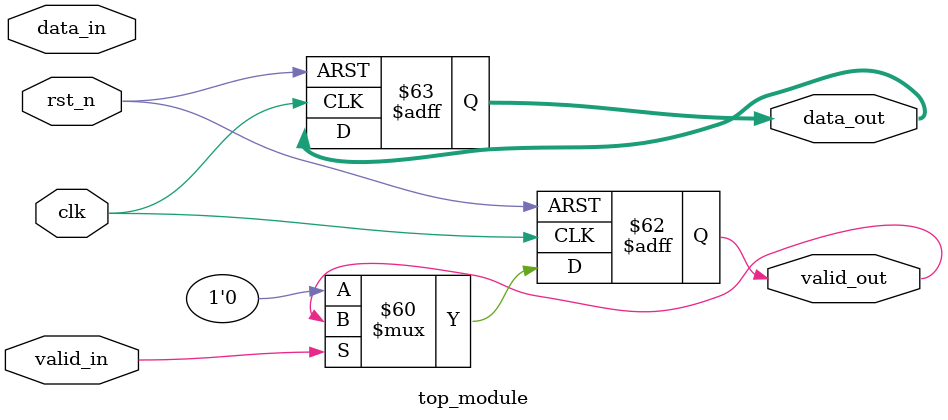
<source format=v>
module top_module(
    input               clk         ,   
    input               rst_n       ,
    input       [7:0]   data_in     ,
    input               valid_in     ,
 
    output  reg         valid_out     ,
    output  reg [9:0]   data_out
);

reg [7:0] data_reg [3:0];
reg [1:0] count;

always @(posedge clk or negedge rst_n) begin
    if (~rst_n) begin
        count <= 0;
        valid_out <= 0;
        data_out <= 0;
    end else begin
        if (valid_in) begin
            data_reg[count] <= data_in;
            count <= count + 1;
            if (count == 4) begin
                data_out <= data_reg[0] + data_reg[1] + data_reg[2] + data_reg[3];
                valid_out <= 1;
                count <= 0;
            end
        end else begin
            valid_out <= 0;
        end
    end
end

endmodule
</source>
